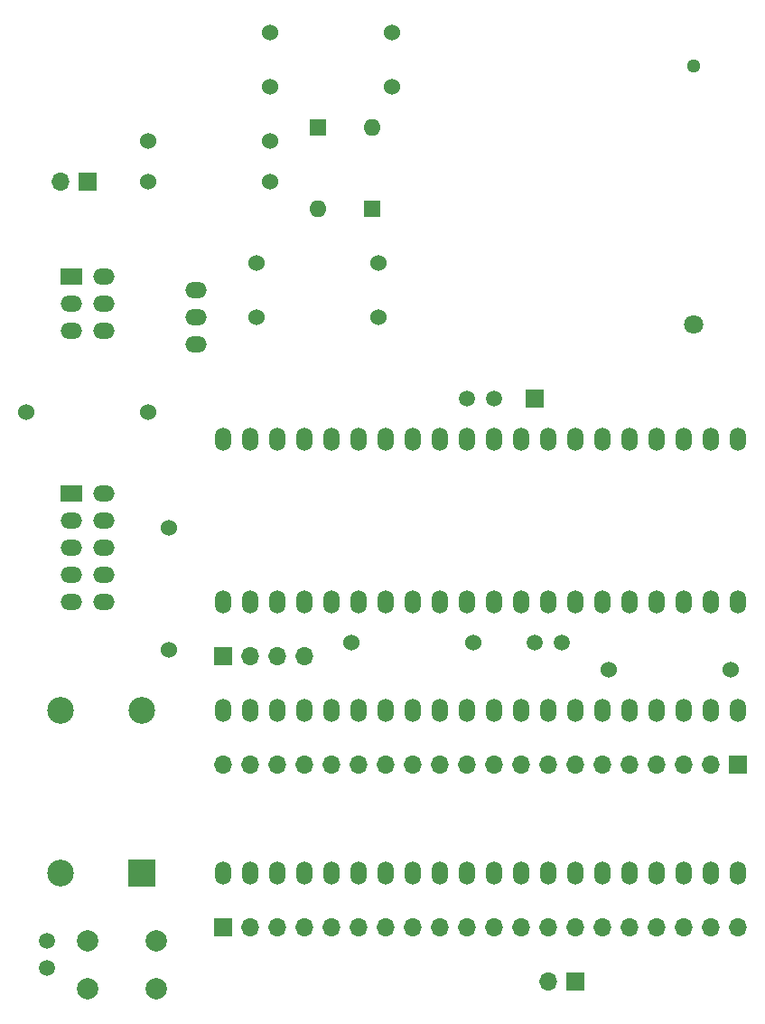
<source format=gbs>
G04 #@! TF.FileFunction,Soldermask,Bot*
%FSLAX46Y46*%
G04 Gerber Fmt 4.6, Leading zero omitted, Abs format (unit mm)*
G04 Created by KiCad (PCBNEW 4.0.7-e2-6376~60~ubuntu17.10.1) date Sun May  6 20:40:39 2018*
%MOMM*%
%LPD*%
G01*
G04 APERTURE LIST*
%ADD10C,0.100000*%
%ADD11C,1.501140*%
%ADD12C,1.300480*%
%ADD13C,1.800860*%
%ADD14R,1.600000X1.600000*%
%ADD15O,1.600000X1.600000*%
%ADD16O,1.501140X2.199640*%
%ADD17R,2.000000X1.500000*%
%ADD18O,2.000000X1.500000*%
%ADD19R,1.700000X1.700000*%
%ADD20O,1.700000X1.700000*%
%ADD21C,1.524000*%
%ADD22O,1.998980X1.501140*%
%ADD23C,2.000000*%
%ADD24R,2.500000X2.500000*%
%ADD25C,2.500000*%
G04 APERTURE END LIST*
D10*
D11*
X160020000Y-102870000D03*
X162560000Y-102870000D03*
X156210000Y-80010000D03*
X153670000Y-80010000D03*
X114300000Y-130810000D03*
X114300000Y-133350000D03*
D12*
X174924720Y-48859440D03*
D13*
X174924720Y-73060560D03*
D14*
X144780000Y-62230000D03*
D15*
X144780000Y-54610000D03*
D14*
X139700000Y-54610000D03*
D15*
X139700000Y-62230000D03*
D16*
X130810000Y-99060000D03*
X133350000Y-99060000D03*
X135890000Y-99060000D03*
X138430000Y-99060000D03*
X140970000Y-99060000D03*
X143510000Y-99060000D03*
X146050000Y-99060000D03*
X148590000Y-99060000D03*
X151130000Y-99060000D03*
X153670000Y-99060000D03*
X156210000Y-99060000D03*
X158750000Y-99060000D03*
X161290000Y-99060000D03*
X163830000Y-99060000D03*
X166370000Y-99060000D03*
X168910000Y-99060000D03*
X171450000Y-99060000D03*
X173990000Y-99060000D03*
X176530000Y-99060000D03*
X179070000Y-99060000D03*
X179070000Y-83820000D03*
X176530000Y-83820000D03*
X173990000Y-83820000D03*
X171450000Y-83820000D03*
X168910000Y-83820000D03*
X166370000Y-83820000D03*
X163830000Y-83820000D03*
X161290000Y-83820000D03*
X158750000Y-83820000D03*
X156210000Y-83820000D03*
X153670000Y-83820000D03*
X151130000Y-83820000D03*
X148590000Y-83820000D03*
X146050000Y-83820000D03*
X143510000Y-83820000D03*
X140970000Y-83820000D03*
X138430000Y-83820000D03*
X135890000Y-83820000D03*
X133350000Y-83820000D03*
X130810000Y-83820000D03*
D17*
X116590000Y-68580000D03*
D18*
X119630000Y-68580000D03*
X116590000Y-71120000D03*
X119630000Y-71120000D03*
X116590000Y-73660000D03*
X119630000Y-73660000D03*
D19*
X130810000Y-104140000D03*
D20*
X133350000Y-104140000D03*
X135890000Y-104140000D03*
X138430000Y-104140000D03*
D19*
X118110000Y-59690000D03*
D20*
X115570000Y-59690000D03*
D19*
X163830000Y-134620000D03*
D20*
X161290000Y-134620000D03*
D19*
X160020000Y-80010000D03*
D18*
X116590000Y-99060000D03*
X119630000Y-99060000D03*
X119630000Y-96520000D03*
X116590000Y-96520000D03*
D17*
X116590000Y-88900000D03*
D18*
X119630000Y-88900000D03*
X116590000Y-91440000D03*
X119630000Y-91440000D03*
X116590000Y-93980000D03*
X119630000Y-93980000D03*
D19*
X179070000Y-114300000D03*
D20*
X176530000Y-114300000D03*
X173990000Y-114300000D03*
X171450000Y-114300000D03*
X168910000Y-114300000D03*
X166370000Y-114300000D03*
X163830000Y-114300000D03*
X161290000Y-114300000D03*
X158750000Y-114300000D03*
X156210000Y-114300000D03*
X153670000Y-114300000D03*
X151130000Y-114300000D03*
X148590000Y-114300000D03*
X146050000Y-114300000D03*
X143510000Y-114300000D03*
X140970000Y-114300000D03*
X138430000Y-114300000D03*
X135890000Y-114300000D03*
X133350000Y-114300000D03*
X130810000Y-114300000D03*
D16*
X179070000Y-109220000D03*
X176530000Y-109220000D03*
X173990000Y-109220000D03*
X171450000Y-109220000D03*
X168910000Y-109220000D03*
X166370000Y-109220000D03*
X163830000Y-109220000D03*
X161290000Y-109220000D03*
X158750000Y-109220000D03*
X156210000Y-109220000D03*
X153670000Y-109220000D03*
X151130000Y-109220000D03*
X148590000Y-109220000D03*
X146050000Y-109220000D03*
X143510000Y-109220000D03*
X140970000Y-109220000D03*
X138430000Y-109220000D03*
X135890000Y-109220000D03*
X133350000Y-109220000D03*
X130810000Y-109220000D03*
X130810000Y-124460000D03*
X133350000Y-124460000D03*
X135890000Y-124460000D03*
X138430000Y-124460000D03*
X140970000Y-124460000D03*
X143510000Y-124460000D03*
X146050000Y-124460000D03*
X148590000Y-124460000D03*
X151130000Y-124460000D03*
X153670000Y-124460000D03*
X156210000Y-124460000D03*
X158750000Y-124460000D03*
X161290000Y-124460000D03*
X163830000Y-124460000D03*
X166370000Y-124460000D03*
X168910000Y-124460000D03*
X171450000Y-124460000D03*
X173990000Y-124460000D03*
X176530000Y-124460000D03*
X179070000Y-124460000D03*
D19*
X130810000Y-129540000D03*
D20*
X133350000Y-129540000D03*
X135890000Y-129540000D03*
X138430000Y-129540000D03*
X140970000Y-129540000D03*
X143510000Y-129540000D03*
X146050000Y-129540000D03*
X148590000Y-129540000D03*
X151130000Y-129540000D03*
X153670000Y-129540000D03*
X156210000Y-129540000D03*
X158750000Y-129540000D03*
X161290000Y-129540000D03*
X163830000Y-129540000D03*
X166370000Y-129540000D03*
X168910000Y-129540000D03*
X171450000Y-129540000D03*
X173990000Y-129540000D03*
X176530000Y-129540000D03*
X179070000Y-129540000D03*
D21*
X167005000Y-105410000D03*
X178435000Y-105410000D03*
X135255000Y-45720000D03*
X146685000Y-45720000D03*
X123825000Y-55880000D03*
X135255000Y-55880000D03*
X145415000Y-72390000D03*
X133985000Y-72390000D03*
X125730000Y-92075000D03*
X125730000Y-103505000D03*
X154305000Y-102870000D03*
X142875000Y-102870000D03*
X146685000Y-50800000D03*
X135255000Y-50800000D03*
X135255000Y-59690000D03*
X123825000Y-59690000D03*
X145415000Y-67310000D03*
X133985000Y-67310000D03*
X123825000Y-81280000D03*
X112395000Y-81280000D03*
D22*
X128270000Y-69850000D03*
X128270000Y-72390000D03*
X128270000Y-74930000D03*
D23*
X118110000Y-135310000D03*
X118110000Y-130810000D03*
X124610000Y-135310000D03*
X124610000Y-130810000D03*
D24*
X123190000Y-124460000D03*
D25*
X115570000Y-124460000D03*
X115570000Y-109220000D03*
X123190000Y-109220000D03*
M02*

</source>
